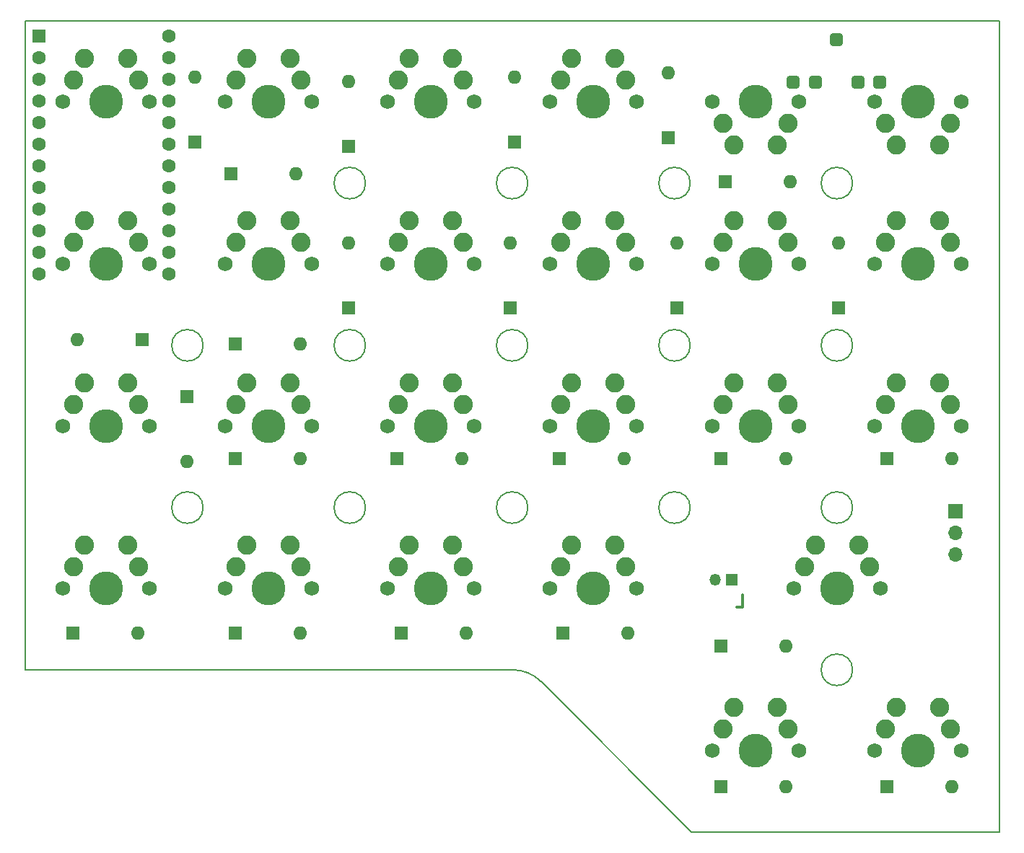
<source format=gbs>
G04 #@! TF.GenerationSoftware,KiCad,Pcbnew,(6.0.0)*
G04 #@! TF.CreationDate,2022-06-08T22:37:20+08:00*
G04 #@! TF.ProjectId,wf50_pcb,77663530-5f70-4636-922e-6b696361645f,rev?*
G04 #@! TF.SameCoordinates,Original*
G04 #@! TF.FileFunction,Soldermask,Bot*
G04 #@! TF.FilePolarity,Negative*
%FSLAX46Y46*%
G04 Gerber Fmt 4.6, Leading zero omitted, Abs format (unit mm)*
G04 Created by KiCad (PCBNEW (6.0.0)) date 2022-06-08 22:37:20*
%MOMM*%
%LPD*%
G01*
G04 APERTURE LIST*
G04 Aperture macros list*
%AMRoundRect*
0 Rectangle with rounded corners*
0 $1 Rounding radius*
0 $2 $3 $4 $5 $6 $7 $8 $9 X,Y pos of 4 corners*
0 Add a 4 corners polygon primitive as box body*
4,1,4,$2,$3,$4,$5,$6,$7,$8,$9,$2,$3,0*
0 Add four circle primitives for the rounded corners*
1,1,$1+$1,$2,$3*
1,1,$1+$1,$4,$5*
1,1,$1+$1,$6,$7*
1,1,$1+$1,$8,$9*
0 Add four rect primitives between the rounded corners*
20,1,$1+$1,$2,$3,$4,$5,0*
20,1,$1+$1,$4,$5,$6,$7,0*
20,1,$1+$1,$6,$7,$8,$9,0*
20,1,$1+$1,$8,$9,$2,$3,0*%
G04 Aperture macros list end*
G04 #@! TA.AperFunction,Profile*
%ADD10C,0.150000*%
G04 #@! TD*
%ADD11C,0.300000*%
%ADD12R,1.600000X1.600000*%
%ADD13O,1.600000X1.600000*%
%ADD14RoundRect,0.381000X-0.381000X-0.381000X0.381000X-0.381000X0.381000X0.381000X-0.381000X0.381000X0*%
%ADD15RoundRect,0.381000X-0.381000X0.381000X-0.381000X-0.381000X0.381000X-0.381000X0.381000X0.381000X0*%
%ADD16C,3.987800*%
%ADD17C,1.750000*%
%ADD18C,2.250000*%
%ADD19R,1.700000X1.700000*%
%ADD20O,1.700000X1.700000*%
%ADD21R,1.350000X1.350000*%
%ADD22O,1.350000X1.350000*%
%ADD23C,1.600000*%
G04 APERTURE END LIST*
D10*
X58995300Y-66674850D02*
G75*
G03*
X58995300Y-66674850I-1850000J0D01*
G01*
X19045885Y-28575000D02*
X133345800Y-28575000D01*
X133345800Y-123824330D02*
X97253375Y-123824330D01*
X97253375Y-123824330D02*
X79575605Y-106146559D01*
X76262750Y-104774330D02*
X19045885Y-104774330D01*
X116145300Y-47624850D02*
G75*
G03*
X116145300Y-47624850I-1850000J0D01*
G01*
X39945300Y-66674850D02*
G75*
G03*
X39945300Y-66674850I-1850000J0D01*
G01*
X19045885Y-104774330D02*
X19045885Y-28575000D01*
X97095300Y-66674850D02*
G75*
G03*
X97095300Y-66674850I-1850000J0D01*
G01*
X79575605Y-106146559D02*
G75*
G03*
X76262750Y-104774330I-3312857J-3312861D01*
G01*
X58995300Y-47624850D02*
G75*
G03*
X58995300Y-47624850I-1850000J0D01*
G01*
X58995300Y-85724850D02*
G75*
G03*
X58995300Y-85724850I-1850000J0D01*
G01*
X116145300Y-85724850D02*
G75*
G03*
X116145300Y-85724850I-1850000J0D01*
G01*
X39945300Y-85724850D02*
G75*
G03*
X39945300Y-85724850I-1850000J0D01*
G01*
X97095300Y-85724850D02*
G75*
G03*
X97095300Y-85724850I-1850000J0D01*
G01*
X78045300Y-47624850D02*
G75*
G03*
X78045300Y-47624850I-1850000J0D01*
G01*
X97095300Y-47624850D02*
G75*
G03*
X97095300Y-47624850I-1850000J0D01*
G01*
X116145300Y-104774850D02*
G75*
G03*
X116145300Y-104774850I-1850000J0D01*
G01*
X133345800Y-28575000D02*
X133345800Y-123824330D01*
X78045300Y-85724850D02*
G75*
G03*
X78045300Y-85724850I-1850000J0D01*
G01*
X78045300Y-66674850D02*
G75*
G03*
X78045300Y-66674850I-1850000J0D01*
G01*
X116145300Y-66674850D02*
G75*
G03*
X116145300Y-66674850I-1850000J0D01*
G01*
D11*
X102532714Y-97452571D02*
X103247000Y-97452571D01*
X103247000Y-95952571D01*
D12*
X120190000Y-80000000D03*
D13*
X127810000Y-80000000D03*
D12*
X81690000Y-80000000D03*
D13*
X89310000Y-80000000D03*
D14*
X114270000Y-30810000D03*
D15*
X119350000Y-35810000D03*
X116810000Y-35810000D03*
X111770000Y-35810000D03*
X109190000Y-35810000D03*
D16*
X85725000Y-76200000D03*
D17*
X80645000Y-76200000D03*
X90805000Y-76200000D03*
D18*
X81915000Y-73660000D03*
X89535000Y-73660000D03*
X88265000Y-71120000D03*
X83185000Y-71120000D03*
D12*
X57000000Y-43310000D03*
D13*
X57000000Y-35690000D03*
D17*
X109855000Y-114300000D03*
X99695000Y-114300000D03*
D16*
X104775000Y-114300000D03*
D18*
X108585000Y-111760000D03*
X100965000Y-111760000D03*
X102235000Y-109220000D03*
X107315000Y-109220000D03*
D17*
X23495000Y-57150000D03*
D16*
X28575000Y-57150000D03*
D17*
X33655000Y-57150000D03*
D18*
X32385000Y-54610000D03*
X24765000Y-54610000D03*
X26035000Y-52070000D03*
X31115000Y-52070000D03*
D17*
X128905000Y-76200000D03*
X118745000Y-76200000D03*
D16*
X123825000Y-76200000D03*
D18*
X120015000Y-73660000D03*
X127635000Y-73660000D03*
X126365000Y-71120000D03*
X121285000Y-71120000D03*
D19*
X128220000Y-86160000D03*
D20*
X128220000Y-88700000D03*
X128220000Y-91240000D03*
D17*
X71755000Y-95250000D03*
X61595000Y-95250000D03*
D16*
X66675000Y-95250000D03*
D18*
X70485000Y-92710000D03*
X62865000Y-92710000D03*
X69215000Y-90170000D03*
X64135000Y-90170000D03*
D12*
X43690000Y-66500000D03*
D13*
X51310000Y-66500000D03*
D17*
X42545000Y-57150000D03*
D16*
X47625000Y-57150000D03*
D17*
X52705000Y-57150000D03*
D18*
X51435000Y-54610000D03*
X43815000Y-54610000D03*
X50165000Y-52070000D03*
X45085000Y-52070000D03*
D16*
X47625000Y-76200000D03*
D17*
X42545000Y-76200000D03*
X52705000Y-76200000D03*
D18*
X43815000Y-73660000D03*
X51435000Y-73660000D03*
X45085000Y-71120000D03*
X50165000Y-71120000D03*
D16*
X66675000Y-38100000D03*
D17*
X71755000Y-38100000D03*
X61595000Y-38100000D03*
D18*
X70485000Y-35560000D03*
X62865000Y-35560000D03*
X69215000Y-33020000D03*
X64135000Y-33020000D03*
D16*
X123825000Y-57150000D03*
D17*
X128905000Y-57150000D03*
X118745000Y-57150000D03*
D18*
X127635000Y-54610000D03*
X120015000Y-54610000D03*
X121285000Y-52070000D03*
X126365000Y-52070000D03*
D16*
X85725000Y-57150000D03*
D17*
X80645000Y-57150000D03*
X90805000Y-57150000D03*
D18*
X89535000Y-54610000D03*
X81915000Y-54610000D03*
X88265000Y-52070000D03*
X83185000Y-52070000D03*
D21*
X101990000Y-94200000D03*
D22*
X99990000Y-94200000D03*
D12*
X62690000Y-80000000D03*
D13*
X70310000Y-80000000D03*
D12*
X100690000Y-118500000D03*
D13*
X108310000Y-118500000D03*
D17*
X80645000Y-38100000D03*
X90805000Y-38100000D03*
D16*
X85725000Y-38100000D03*
D18*
X89535000Y-35560000D03*
X81915000Y-35560000D03*
X88265000Y-33020000D03*
X83185000Y-33020000D03*
D16*
X28575000Y-95250000D03*
D17*
X33655000Y-95250000D03*
X23495000Y-95250000D03*
D18*
X24765000Y-92710000D03*
X32385000Y-92710000D03*
X31115000Y-90170000D03*
X26035000Y-90170000D03*
D17*
X42545000Y-38100000D03*
X52705000Y-38100000D03*
D16*
X47625000Y-38100000D03*
D18*
X43815000Y-35560000D03*
X51435000Y-35560000D03*
X50165000Y-33020000D03*
X45085000Y-33020000D03*
D12*
X94500000Y-42310000D03*
D13*
X94500000Y-34690000D03*
D12*
X38000000Y-72690000D03*
D13*
X38000000Y-80310000D03*
D12*
X101190000Y-47500000D03*
D13*
X108810000Y-47500000D03*
D17*
X99695000Y-57150000D03*
D16*
X104775000Y-57150000D03*
D17*
X109855000Y-57150000D03*
D18*
X100965000Y-54610000D03*
X108585000Y-54610000D03*
X107315000Y-52070000D03*
X102235000Y-52070000D03*
D16*
X104775000Y-38100000D03*
D17*
X99695000Y-38100000D03*
X109855000Y-38100000D03*
D18*
X100965000Y-40640000D03*
X108585000Y-40640000D03*
X107315000Y-43180000D03*
X102235000Y-43180000D03*
D12*
X95500000Y-62310000D03*
D13*
X95500000Y-54690000D03*
D16*
X85725000Y-95250000D03*
D17*
X90805000Y-95250000D03*
X80645000Y-95250000D03*
D18*
X89535000Y-92710000D03*
X81915000Y-92710000D03*
X88265000Y-90170000D03*
X83185000Y-90170000D03*
D12*
X63190000Y-100500000D03*
D13*
X70810000Y-100500000D03*
D12*
X32810000Y-66000000D03*
D13*
X25190000Y-66000000D03*
D16*
X66675000Y-57150000D03*
D17*
X61595000Y-57150000D03*
X71755000Y-57150000D03*
D18*
X70485000Y-54610000D03*
X62865000Y-54610000D03*
X64135000Y-52070000D03*
X69215000Y-52070000D03*
D12*
X76500000Y-42810000D03*
D13*
X76500000Y-35190000D03*
D12*
X120170000Y-118470000D03*
D13*
X127790000Y-118470000D03*
D17*
X23495000Y-38100000D03*
X33655000Y-38100000D03*
D16*
X28575000Y-38100000D03*
D18*
X24765000Y-35560000D03*
X32385000Y-35560000D03*
X26035000Y-33020000D03*
X31115000Y-33020000D03*
D12*
X24690000Y-100500000D03*
D13*
X32310000Y-100500000D03*
D12*
X82190000Y-100500000D03*
D13*
X89810000Y-100500000D03*
D12*
X57000000Y-62310000D03*
D13*
X57000000Y-54690000D03*
D12*
X114500000Y-62310000D03*
D13*
X114500000Y-54690000D03*
D12*
X100690000Y-80000000D03*
D13*
X108310000Y-80000000D03*
D12*
X100690000Y-102000000D03*
D13*
X108310000Y-102000000D03*
D12*
X76000000Y-62310000D03*
D13*
X76000000Y-54690000D03*
D17*
X118745000Y-114300000D03*
X128905000Y-114300000D03*
D16*
X123825000Y-114300000D03*
D18*
X120015000Y-111760000D03*
X127635000Y-111760000D03*
X126365000Y-109220000D03*
X121285000Y-109220000D03*
D17*
X118745000Y-38100000D03*
X128905000Y-38100000D03*
D16*
X123825000Y-38100000D03*
D18*
X120015000Y-40640000D03*
X127635000Y-40640000D03*
X126365000Y-43180000D03*
X121285000Y-43180000D03*
D16*
X47625000Y-95250000D03*
D17*
X52705000Y-95250000D03*
X42545000Y-95250000D03*
D18*
X43815000Y-92710000D03*
X51435000Y-92710000D03*
X50165000Y-90170000D03*
X45085000Y-90170000D03*
D12*
X20670000Y-30370000D03*
D23*
X20670000Y-32910000D03*
X20670000Y-35450000D03*
X20670000Y-37990000D03*
X20670000Y-40530000D03*
X20670000Y-43070000D03*
X20670000Y-45610000D03*
X20670000Y-48150000D03*
X20670000Y-50690000D03*
X20670000Y-53230000D03*
X20670000Y-55770000D03*
X20670000Y-58310000D03*
X35910000Y-58310000D03*
X35910000Y-55770000D03*
X35910000Y-53230000D03*
X35910000Y-50690000D03*
X35910000Y-48150000D03*
X35910000Y-45610000D03*
X35910000Y-43070000D03*
X35910000Y-40530000D03*
X35910000Y-37990000D03*
X35910000Y-35450000D03*
X35910000Y-32910000D03*
X35910000Y-30370000D03*
D12*
X43690000Y-100500000D03*
D13*
X51310000Y-100500000D03*
D16*
X66675000Y-76200000D03*
D17*
X71755000Y-76200000D03*
X61595000Y-76200000D03*
D18*
X62865000Y-73660000D03*
X70485000Y-73660000D03*
X64135000Y-71120000D03*
X69215000Y-71120000D03*
D12*
X43690000Y-80000000D03*
D13*
X51310000Y-80000000D03*
D12*
X43190000Y-46500000D03*
D13*
X50810000Y-46500000D03*
D17*
X23495000Y-76200000D03*
X33655000Y-76200000D03*
D16*
X28575000Y-76200000D03*
D18*
X24765000Y-73660000D03*
X32385000Y-73660000D03*
X26035000Y-71120000D03*
X31115000Y-71120000D03*
D16*
X114300000Y-95250000D03*
D17*
X109220000Y-95250000D03*
X119380000Y-95250000D03*
D18*
X118110000Y-92710000D03*
X110490000Y-92710000D03*
X111760000Y-90170000D03*
X116840000Y-90170000D03*
D17*
X109855000Y-76200000D03*
D16*
X104775000Y-76200000D03*
D17*
X99695000Y-76200000D03*
D18*
X100965000Y-73660000D03*
X108585000Y-73660000D03*
X107315000Y-71120000D03*
X102235000Y-71120000D03*
D12*
X39000000Y-42810000D03*
D13*
X39000000Y-35190000D03*
M02*

</source>
